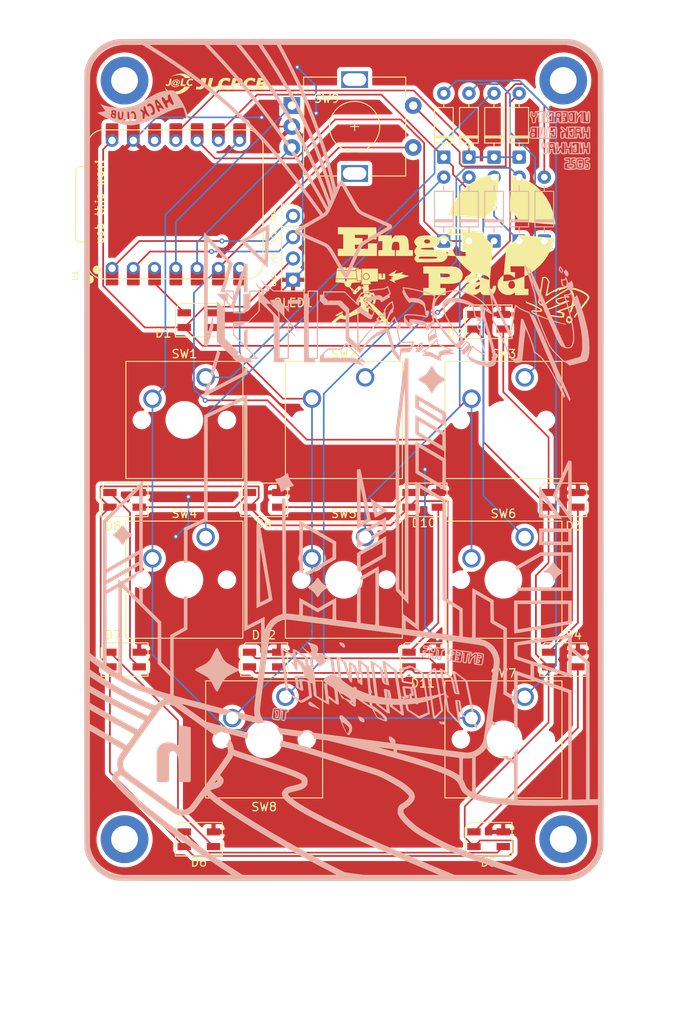
<source format=kicad_pcb>
(kicad_pcb (version 20241229) (generator "pcbnew") (generator_version "9.0")
  (layers (0 "F.Cu" signal) (2 "B.Cu" signal) (13 "F.Paste" user) (15 "B.Paste" user) (5 "F.SilkS" user "F.Silkscreen") (7 "B.SilkS" user "B.Silkscreen") (1 "F.Mask" user) (3 "B.Mask" user) (25 "Edge.Cuts" user))
  (net 0 "")
  (net 1 "+5V")
  (net 2 "Net-(D2-DOUT)")
  (net 3 "GND")
  (net 4 "Net-(D1-DOUT)")
  (net 5 "Net-(D3-DOUT)")
  (net 6 "Net-(D4-DOUT)")
  (net 8 "Net-(D5-DOUT)")
  (net 9 "Net-(D6-DOUT)")
  (net 10 "Net-(D7-DOUT)")
  (net 11 "Net-(D8-DOUT)")
  (net 12 "Net-(D10-DIN)")
  (net 13 "Net-(D10-DOUT)")
  (net 14 "Net-(D11-DOUT)")
  (net 15 "ROW1")
  (net 16 "LED")
  (net 17 "Net-(D13-A)")
  (net 18 "Net-(D14-A)")
  (net 19 "Net-(D15-A)")
  (net 20 "Net-(D16-A)")
  (net 21 "ROW2")
  (net 22 "Net-(D17-A)")
  (net 23 "Net-(D18-A)")
  (net 24 "ROW3")
  (net 26 "SDA")
  (net 27 "SCL")
  (net 28 "Net-(D19-A)")
  (net 29 "Net-(D20-A)")
  (net 30 "ROW-KNB")
  (net 31 "COL1")
  (net 32 "COL2")
  (net 33 "COL-KNB")
  (net 34 "KNB-A")
  (net 35 "KNB-B")
  (footprint "Seeed Studio XIAO Series Library:XIAO-RP2040-DIP" (layer "F.Cu") (at 149 57.62625 90)
    (property "Reference" "U1" (at -8.5 -12 90) (layer "F.SilkS") (effects (font (size 0.635 0.635) (thickness 0.1016))))
    (property "Value" "XIAO-RP2040-DIP")
    (pad "1" smd roundrect (at -8.455 -7.62 270) (size 2.432 1.524) (layers "F.Cu" "F.Mask") (roundrect_rratio 0.1) (net 26 "SDA"))
    (pad "1" thru_hole circle (at -7.62 -7.62 270) (size 1.524 1.524) (drill 0.889) (layers "*.Cu" "*.Mask") (net 26 "SDA"))
    (pad "2" smd roundrect (at -8.455 -5.08 270) (size 2.432 1.524) (layers "F.Cu" "F.Mask") (roundrect_rratio 0.1) (net 27 "SCL"))
    (pad "2" thru_hole circle (at -7.62 -5.08 270) (size 1.524 1.524) (drill 0.889) (layers "*.Cu" "*.Mask") (net 27 "SCL"))
    (pad "3" smd roundrect (at -8.455 -2.54 270) (size 2.432 1.524) (layers "F.Cu" "F.Mask") (roundrect_rratio 0.1) (net 16 "LED"))
    (pad "3" thru_hole circle (at -7.62 -2.54 270) (size 1.524 1.524) (drill 0.889) (layers "*.Cu" "*.Mask") (net 16 "LED"))
    (pad "4" smd roundrect (at -8.455 0 270) (size 2.432 1.524) (layers "F.Cu" "F.Mask") (roundrect_rratio 0.1) (net 34 "KNB-A"))
    (pad "4" thru_hole circle (at -7.62 0 270) (size 1.524 1.524) (drill 0.889) (layers "*.Cu" "*.Mask") (net 34 "KNB-A"))
    (pad "5" smd roundrect (at -8.455 2.54 270) (size 2.432 1.524) (layers "F.Cu" "F.Mask") (roundrect_rratio 0.1) (net 35 "KNB-B"))
    (pad "5" thru_hole circle (at -7.62 2.54 270) (size 1.524 1.524) (drill 0.889) (layers "*.Cu" "*.Mask") (net 35 "KNB-B"))
    (pad "6" smd roundrect (at -8.455 5.08 270) (size 2.432 1.524) (layers "F.Cu" "F.Mask") (roundrect_rratio 0.1) (net 33 "COL-KNB"))
    (pad "6" thru_hole circle (at -7.62 5.08 270) (size 1.524 1.524) (drill 0.889) (layers "*.Cu" "*.Mask") (net 33 "COL-KNB"))
    (pad "7" smd roundrect (at -8.455 7.62 270) (size 2.432 1.524) (layers "F.Cu" "F.Mask") (roundrect_rratio 0.1) (net 32 "COL2"))
    (pad "7" thru_hole circle (at -7.62 7.62 270) (size 1.524 1.524) (drill 0.889) (layers "*.Cu" "*.Mask") (net 32 "COL2"))
    (pad "8" thru_hole circle (at 7.62 7.62 90) (size 1.524 1.524) (drill 0.889) (layers "*.Cu" "*.Mask") (net 31 "COL1"))
    (pad "8" smd roundrect (at 8.455 7.62 90) (size 2.432 1.524) (layers "F.Cu" "F.Mask") (roundrect_rratio 0.1) (net 31 "COL1"))
    (pad "9" thru_hole circle (at 7.62 5.08 90) (size 1.524 1.524) (drill 0.889) (layers "*.Cu" "*.Mask") (net 24 "ROW3"))
    (pad "9" smd roundrect (at 8.455 5.08 90) (size 2.432 1.524) (layers "F.Cu" "F.Mask") (roundrect_rratio 0.1) (net 24 "ROW3"))
    (pad "10" thru_hole circle (at 7.62 2.54 90) (size 1.524 1.524) (drill 0.889) (layers "*.Cu" "*.Mask") (net 21 "ROW2"))
    (pad "10" smd roundrect (at 8.455 2.54 90) (size 2.432 1.524) (layers "F.Cu" "F.Mask") (roundrect_rratio 0.1) (net 21 "ROW2"))
    (pad "11" thru_hole circle (at 7.62 0 90) (size 1.524 1.524) (drill 0.889) (layers "*.Cu" "*.Mask") (net 15 "ROW1"))
    (pad "11" smd roundrect (at 8.455 0 90) (size 2.432 1.524) (layers "F.Cu" "F.Mask") (roundrect_rratio 0.1) (net 15 "ROW1"))
    (pad "12" thru_hole circle (at 7.62 -2.54 90) (size 1.524 1.524) (drill 0.889) (layers "*.Cu" "*.Mask"))
    (pad "12" smd roundrect (at 8.455 -2.54 90) (size 2.432 1.524) (layers "F.Cu" "F.Mask") (roundrect_rratio 0.1))
    (pad "13" thru_hole circle (at 7.62 -5.08 90) (size 1.524 1.524) (drill 0.889) (layers "*.Cu" "*.Mask") (net 3 "GND"))
    (pad "13" smd roundrect (at 8.455 -5.08 90) (size 2.432 1.524) (layers "F.Cu" "F.Mask") (roundrect_rratio 0.1) (net 3 "GND"))
    (pad "14" thru_hole circle (at 7.62 -7.62 90) (size 1.524 1.524) (drill 0.889) (layers "*.Cu" "*.Mask") (net 1 "+5V"))
    (pad "14" smd roundrect (at 8.455 -7.62 90) (size 2.432 1.524) (layers "F.Cu" "F.Mask") (roundrect_rratio 0.1) (net 1 "+5V"))
  )
  (footprint "MountingHole:MountingHole_3.2mm_M3_ISO7380_Pad" (layer "F.Cu") (at 195.2625 133.35)
    (property "Reference" "REF**" (hide yes))
    (property "Value" "MountingHole_3.2mm_M3_ISO7380_Pad")
    (pad "1" thru_hole circle (at 0 0) (size 5.7 5.7) (drill 3.2) (layers "*.Cu" "*.Mask"))
  )
  (footprint "Rotary_Encoder:RotaryEncoder_Alps_EC11E-Switch_Vertical_H20mm" (layer "F.Cu") (at 162.85 45.84375)
    (property "Reference" "SW9" (at 4.15 -0.84375 0) (layer "F.SilkS"))
    (property "Value" "RotaryEncoder_Switch")
    (pad "A" thru_hole rect (at 0 0) (size 2 2) (drill 1) (layers "*.Cu" "*.Mask") (net 34 "KNB-A"))
    (pad "B" thru_hole circle (at 0 5) (size 2 2) (drill 1) (layers "*.Cu" "*.Mask") (net 35 "KNB-B"))
    (pad "C" thru_hole circle (at 0 2.5) (size 2 2) (drill 1) (layers "*.Cu" "*.Mask") (net 3 "GND"))
    (pad "MP" thru_hole rect (at 7.5 -3.1) (size 3.2 2) (drill oval 2.8 1.5) (layers "*.Cu" "*.Mask"))
    (pad "MP" thru_hole rect (at 7.5 8.1) (size 3.2 2) (drill oval 2.8 1.5) (layers "*.Cu" "*.Mask"))
    (pad "S1" thru_hole circle (at 14.5 5) (size 2 2) (drill 1) (layers "*.Cu" "*.Mask") (net 33 "COL-KNB"))
    (pad "S2" thru_hole circle (at 14.5 0) (size 2 2) (drill 1) (layers "*.Cu" "*.Mask") (net 30 "ROW-KNB"))
  )
  (footprint "LED_SMD:LED_SK6812MINI_PLCC4_3.5x3.5mm_P1.75mm" (layer "F.Cu") (at 142.875 92.86875 180)
    (property "Reference" "D8" (at 1.375 -3.13125 0) (layer "F.SilkS"))
    (property "Value" "SK6812MINI")
    (pad "1" smd rect (at -1.75 -0.875 180) (size 1.6 0.85) (layers "F.Cu" "F.Mask" "F.Paste") (net 11 "Net-(D8-DOUT)"))
    (pad "2" smd rect (at -1.75 0.875 180) (size 1.6 0.85) (layers "F.Cu" "F.Mask" "F.Paste") (net 3 "GND"))
    (pad "3" smd rect (at 1.75 0.875 180) (size 1.6 0.85) (layers "F.Cu" "F.Mask" "F.Paste") (net 10 "Net-(D7-DOUT)"))
    (pad "4" smd rect (at 1.75 -0.875 180) (size 1.6 0.85) (layers "F.Cu" "F.Mask" "F.Paste") (net 1 "+5V"))
  )
  (footprint "Diode_THT:D_DO-35_SOD27_P7.62mm_Horizontal" (layer "F.Cu") (at 190 52 90)
    (property "Reference" "D14" (hide yes))
    (property "Value" "1N4148")
    (pad "1" thru_hole roundrect (at 0 0 90) (size 1.6 1.6) (drill 0.8) (layers "*.Cu" "*.Mask") (roundrect_rratio 0.15625) (net 15 "ROW1"))
    (pad "2" thru_hole circle (at 7.62 0 90) (size 1.6 1.6) (drill 0.8) (layers "*.Cu" "*.Mask") (net 18 "Net-(D14-A)"))
  )
  (footprint "LED_SMD:LED_SK6812MINI_PLCC4_3.5x3.5mm_P1.75mm" (layer "F.Cu") (at 195.2625 92.86875 180)
    (property "Reference" "D3" (at -1.2375 -3.13125 0) (layer "F.SilkS"))
    (property "Value" "SK6812MINI")
    (pad "1" smd rect (at -1.75 -0.875 180) (size 1.6 0.85) (layers "F.Cu" "F.Mask" "F.Paste") (net 5 "Net-(D3-DOUT)"))
    (pad "2" smd rect (at -1.75 0.875 180) (size 1.6 0.85) (layers "F.Cu" "F.Mask" "F.Paste") (net 3 "GND"))
    (pad "3" smd rect (at 1.75 0.875 180) (size 1.6 0.85) (layers "F.Cu" "F.Mask" "F.Paste") (net 2 "Net-(D2-DOUT)"))
    (pad "4" smd rect (at 1.75 -0.875 180) (size 1.6 0.85) (layers "F.Cu" "F.Mask" "F.Paste") (net 1 "+5V"))
  )
  (footprint "LED_SMD:LED_SK6812MINI_PLCC4_3.5x3.5mm_P1.75mm" (layer "F.Cu") (at 159.54375 111.91875 180)
    (property "Reference" "D12" (at 0.04375 2.91875 0) (layer "F.SilkS"))
    (property "Value" "SK6812MINI")
    (pad "1" smd rect (at -1.75 -0.875 180) (size 1.6 0.85) (layers "F.Cu" "F.Mask" "F.Paste"))
    (pad "2" smd rect (at -1.75 0.875 180) (size 1.6 0.85) (layers "F.Cu" "F.Mask" "F.Paste") (net 3 "GND"))
    (pad "3" smd rect (at 1.75 0.875 180) (size 1.6 0.85) (layers "F.Cu" "F.Mask" "F.Paste") (net 14 "Net-(D11-DOUT)"))
    (pad "4" smd rect (at 1.75 -0.875 180) (size 1.6 0.85) (layers "F.Cu" "F.Mask" "F.Paste") (net 1 "+5V"))
  )
  (footprint "LED_SMD:LED_SK6812MINI_PLCC4_3.5x3.5mm_P1.75mm" (layer "F.Cu") (at 142.875 111.91875 180)
    (property "Reference" "D7" (at 1.375 2.91875 0) (layer "F.SilkS"))
    (property "Value" "SK6812MINI")
    (pad "1" smd rect (at -1.75 -0.875 180) (size 1.6 0.85) (layers "F.Cu" "F.Mask" "F.Paste") (net 10 "Net-(D7-DOUT)"))
    (pad "2" smd rect (at -1.75 0.875 180) (size 1.6 0.85) (layers "F.Cu" "F.Mask" "F.Paste") (net 3 "GND"))
    (pad "3" smd rect (at 1.75 0.875 180) (size 1.6 0.85) (layers "F.Cu" "F.Mask" "F.Paste") (net 9 "Net-(D6-DOUT)"))
    (pad "4" smd rect (at 1.75 -0.875 180) (size 1.6 0.85) (layers "F.Cu" "F.Mask" "F.Paste") (net 1 "+5V"))
  )
  (footprint "Button_Switch_Keyboard:SW_Cherry_MX_1.00u_PCB" (layer "F.Cu") (at 152.55875 97.31375)
    (property "Reference" "SW4" (at -2.54 -2.794 0) (layer "F.SilkS"))
    (property "Value" "SW_Push")
    (pad "" np_thru_hole circle (at -7.62 5.08) (size 1.7 1.7) (drill 1.7) (layers "*.Cu" "*.Mask"))
    (pad "" np_thru_hole circle (at -2.54 5.08) (size 4 4) (drill 4) (layers "*.Cu" "*.Mask"))
    (pad "" np_thru_hole circle (at 2.54 5.08) (size 1.7 1.7) (drill 1.7) (layers "*.Cu" "*.Mask"))
    (pad "1" thru_hole circle (at 0 0) (size 2.2 2.2) (drill 1.5) (layers "*.Cu" "*.Mask") (net 20 "Net-(D16-A)"))
    (pad "2" thru_hole circle (at -6.35 2.54) (size 2.2 2.2) (drill 1.5) (layers "*.Cu" "*.Mask") (net 31 "COL1"))
  )
  (footprint "LED_SMD:LED_SK6812MINI_PLCC4_3.5x3.5mm_P1.75mm" (layer "F.Cu") (at 151.75 133.35 180)
    (property "Reference" "D6" (at 0 -2.75 0) (layer "F.SilkS"))
    (property "Value" "SK6812MINI")
    (pad "1" smd rect (at -1.75 -0.875 180) (size 1.6 0.85) (layers "F.Cu" "F.Mask" "F.Paste") (net 9 "Net-(D6-DOUT)"))
    (pad "2" smd rect (at -1.75 0.875 180) (size 1.6 0.85) (layers "F.Cu" "F.Mask" "F.Paste") (net 3 "GND"))
    (pad "3" smd rect (at 1.75 0.875 180) (size 1.6 0.85) (layers "F.Cu" "F.Mask" "F.Paste") (net 8 "Net-(D5-DOUT)"))
    (pad "4" smd rect (at 1.75 -0.875 180) (size 1.6 0.85) (layers "F.Cu" "F.Mask" "F.Paste") (net 1 "+5V"))
  )
  (footprint "Button_Switch_Keyboard:SW_Cherry_MX_1.00u_PCB" (layer "F.Cu") (at 162.08375 116.36375)
    (property "Reference" "SW8" (at -2.54 13.13625 0) (layer "F.SilkS"))
    (property "Value" "SW_Push")
    (pad "" np_thru_hole circle (at -7.62 5.08) (size 1.7 1.7) (drill 1.7) (layers "*.Cu" "*.Mask"))
    (pad "" np_thru_hole circle (at -2.54 5.08) (size 4 4) (drill 4) (layers "*.Cu" "*.Mask"))
    (pad "" np_thru_hole circle (at 2.54 5.08) (size 1.7 1.7) (drill 1.7) (layers "*.Cu" "*.Mask"))
    (pad "1" thru_hole circle (at 0 0) (size 2.2 2.2) (drill 1.5) (layers "*.Cu" "*.Mask") (net 29 "Net-(D20-A)"))
    (pad "2" thru_hole circle (at -6.35 2.54) (size 2.2 2.2) (drill 1.5) (layers "*.Cu" "*.Mask") (net 32 "COL2"))
  )
  (footprint "LOGO" (layer "F.Cu") (at 153.75 43.25)
    (property "Reference" "G***" (hide yes))
    (property "Value" "LOGO" (hide yes))
  )
  (footprint "LED_SMD:LED_SK6812MINI_PLCC4_3.5x3.5mm_P1.75mm" (layer "F.Cu") (at 195.2625 111.91875 180)
    (property "Reference" "D4" (at -1.2375 2.91875 0) (layer "F.SilkS"))
    (property "Value" "SK6812MINI")
    (pad "1" smd rect (at -1.75 -0.875 180) (size 1.6 0.85) (layers "F.Cu" "F.Mask" "F.Paste") (net 6 "Net-(D4-DOUT)"))
    (pad "2" smd rect (at -1.75 0.875 180) (size 1.6 0.85) (layers "F.Cu" "F.Mask" "F.Paste") (net 3 "GND"))
    (pad "3" smd rect (at 1.75 0.875 180) (size 1.6 0.85) (layers "F.Cu" "F.Mask" "F.Paste") (net 5 "Net-(D3-DOUT)"))
    (pad "4" smd rect (at 1.75 -0.875 180) (size 1.6 0.85) (layers "F.Cu" "F.Mask" "F.Paste") (net 1 "+5V"))
  )
  (footprint "LED_SMD:LED_SK6812MINI_PLCC4_3.5x3.5mm_P1.75mm" (layer "F.Cu") (at 186.35 71.625 180)
    (property "Reference" "D2" (at 4.04375 -1.375 0) (layer "F.SilkS"))
    (property "Value" "SK6812MINI")
    (pad "1" smd rect (at -1.75 -0.875 180) (size 1.6 0.85) (layers "F.Cu" "F.Mask" "F.Paste") (net 2 "Net-(D2-DOUT)"))
    (pad "2" smd rect (at -1.75 0.875 180) (size 1.6 0.85) (layers "F.Cu" "F.Mask" "F.Paste") (net 3 "GND"))
    (pad "3" smd rect (at 1.75 0.875 180) (size 1.6 0.85) (layers "F.Cu" "F.Mask" "F.Paste") (net 4 "Net-(D1-DOUT)"))
    (pad "4" smd rect (at 1.75 -0.875 180) (size 1.6 0.85) (layers "F.Cu" "F.Mask" "F.Paste") (net 1 "+5V"))
  )
  (footprint "Button_Switch_Keyboard:SW_Cherry_MX_1.00u_PCB" (layer "F.Cu") (at 190.65875 97.31375)
    (property "Reference" "SW6" (at -2.54 -2.794 0) (layer "F.SilkS"))
    (property "Value" "SW_Push")
    (pad "" np_thru_hole circle (at -7.62 5.08) (size 1.7 1.7) (drill 1.7) (layers "*.Cu" "*.Mask"))
    (pad "" np_thru_hole circle (at -2.54 5.08) (size 4 4) (drill 4) (layers "*.Cu" "*.Mask"))
    (pad "" np_thru_hole circle (at 2.54 5.08) (size 1.7 1.7) (drill 1.7) (layers "*.Cu" "*.Mask"))
    (pad "1" thru_hole circle (at 0 0) (size 2.2 2.2) (drill 1.5) (layers "*.Cu" "*.Mask") (net 23 "Net-(D18-A)"))
    (pad "2" thru_hole circle (at -6.35 2.54) (size 2.2 2.2) (drill 1.5) (layers "*.Cu" "*.Mask") (net 33 "COL-KNB"))
  )
  (footprint "Diode_THT:D_DO-35_SOD27_P7.62mm_Horizontal" (layer "F.Cu") (at 181 52 90)
    (property "Reference" "D19" (hide yes))
    (property "Value" "1N4148")
    (pad "1" thru_hole roundrect (at 0 0 90) (size 1.6 1.6) (drill 0.8) (layers "*.Cu" "*.Mask") (roundrect_rratio 0.15625) (net 24 "ROW3"))
    (pad "2" thru_hole circle (at 7.62 0 90) (size 1.6 1.6) (drill 0.8) (layers "*.Cu" "*.Mask") (net 28 "Net-(D19-A)"))
  )
  (footprint "MountingHole:MountingHole_3.2mm_M3_ISO7380_Pad" (layer "F.Cu") (at 142.875 133.35)
    (property "Reference" "REF**" (hide yes))
    (property "Value" "MountingHole_3.2mm_M3_ISO7380_Pad")
    (pad "1" thru_hole circle (at 0 0) (size 5.7 5.7) (drill 3.2) (layers "*.Cu" "*.Mask"))
  )
  (footprint "MountingHole:MountingHole_3.2mm_M3_ISO7380_Pad" (layer "F.Cu") (at 195.2625 42.8625)
    (property "Reference" "REF**" (hide yes))
    (property "Value" "MountingHole_3.2mm_M3_ISO7380_Pad")
    (pad "1" thru_hole circle (at 0 0) (size 5.7 5.7) (drill 3.2) (layers "*.Cu" "*.Mask"))
  )
  (footprint "LED_SMD:LED_SK6812MINI_PLCC4_3.5x3.5mm_P1.75mm" (layer "F.Cu") (at 159.54375 92.86875 180)
    (property "Reference" "D9" (at 0.04375 -2.88125 0) (layer "F.SilkS"))
    (property "Value" "SK6812MINI")
    (pad "1" smd rect (at -1.75 -0.875 180) (size 1.6 0.85) (layers "F.Cu" "F.Mask" "F.Paste") (net 12 "Net-(D10-DIN)"))
    (pad "2" smd rect (at -1.75 0.875 180) (size 1.6 0.85) (layers "F.Cu" "F.Mask" "F.Paste") (net 3 "GND"))
    (pad "3" smd rect (at 1.75 0.875 180) (size 1.6 0.85) (layers "F.Cu" "F.Mask" "F.Paste") (net 11 "Net-(D8-DOUT)"))
    (pad "4" smd rect (at 1.75 -0.875 180) (size 1.6 0.85) (layers "F.Cu" "F.Mask" "F.Paste") (net 1 "+5V"))
  )
  (footprint "LOGO" (layer "F.Cu") (at 175.75 66.25)
    (property "Reference" "G***" (hide yes))
    (property "Value" "LOGO" (hide yes))
  )
  (footprint "Button_Switch_Keyboard:SW_Cherry_MX_1.00u_PCB" (layer "F.Cu") (at 171.60875 78.26375)
    (property "Reference" "SW2" (at -2.54 -2.794 0) (layer "F.SilkS"))
    (property "Value" "SW_Push")
    (pad "" np_thru_hole circle (at -7.62 5.08) (size 1.7 1.7) (drill 1.7) (layers "*.Cu" "*.Mask"))
    (pad "" np_thru_hole circle (at -2.54 5.08) (size 4 4) (drill 4) (layers "*.Cu" "*.Mask"))
    (pad "" np_thru_hole circle (at 2.54 5.08) (size 1.7 1.7) (drill 1.7) (layers "*.Cu" "*.Mask"))
    (pad "1" thru_hole circle (at 0 0) (size 2.2 2.2) (drill 1.5) (layers "*.Cu" "*.Mask") (net 18 "Net-(D14-A)"))
    (pad "2" thru_hole circle (at -6.35 2.54) (size 2.2 2.2) (drill 1.5) (layers "*.Cu" "*.Mask") (net 32 "COL2"))
  )
  (footprint "LOGO" (layer "F.Cu") (at 181.5 61.5)
    (property "Reference" "G***" (hide yes))
    (property "Value" "LOGO" (hide yes))
  )
  (footprint "LOGO" (layer "F.Cu") (at 194.5 69.25 -20)
    (property "Reference" "G***" (hide yes))
    (property "Value" "LOGO" (hide yes))
  )
  (footprint "Diode_THT:D_DO-35_SOD27_P7.62mm_Horizontal" (layer "F.Cu") (at 187 52 90)
    (property "Reference" "D13" (hide yes))
    (property "Value" "1N4148")
    (pad "1" thru_hole roundrect (at 0 0 90) (size 1.6 1.6) (drill 0.8) (layers "*.Cu" "*.Mask") (roundrect_rratio 0.15625) (net 15 "ROW1"))
    (pad "2" thru_hole circle (at 7.62 0 90) (size 1.6 1.6) (drill 0.8) (layers "*.Cu" "*.Mask") (net 17 "Net-(D13-A)"))
  )
  (footprint "Button_Switch_Keyboard:SW_Cherry_MX_1.00u_PCB" (layer "F.Cu") (at 190.65875 116.36375)
    (property "Reference" "SW7" (at -2.54 -2.794 0) (layer "F.SilkS"))
    (property "Value" "SW_Push")
    (pad "" np_thru_hole circle (at -7.62 5.08) (size 1.7 1.7) (drill 1.7) (layers "*.Cu" "*.Mask"))
    (pad "" np_thru_hole circle (at -2.54 5.08) (size 4 4) (drill 4) (layers "*.Cu" "*.Mask"))
    (pad "" np_thru_hole circle (at 2.54 5.08) (size 1.7 1.7) (drill 1.7) (layers "*.Cu" "*.Mask"))
    (pad "1" thru_hole circle (at 0 0) (size 2.2 2.2) (drill 1.5) (layers "*.Cu" "*.Mask") (net 28 "Net-(D19-A)"))
    (pad "2" thru_hole circle (at -6.35 2.54) (size 2.2 2.2) (drill 1.5) (layers "*.Cu" "*.Mask") (net 31 "COL1"))
  )
  (footprint "LED_SMD:LED_SK6812MINI_PLCC4_3.5x3.5mm_P1.75mm" (layer "F.Cu") (at 151.75 71.4375 180)
    (property "Reference" "D1" (at 4.25 -1.5625 0) (layer "F.SilkS"))
    (property "Value" "SK6812MINI")
    (pad "1" smd rect (at -1.75 -0.875 180) (size 1.6 0.85) (layers "F.Cu" "F.Mask" "F.Paste") (net 4 "Net-(D1-DOUT)"))
    (pad "2" smd rect (at -1.75 0.875 180) (size 1.6 0.85) (layers "F.Cu" "F.Mask" "F.Paste") (net 3 "GND"))
    (pad "3" smd rect (at 1.75 0.875 180) (size 1.6 0.85) (layers "F.Cu" "F.Mask" "F.Paste") (net 16 "LED"))
    (pad "4" smd rect (at 1.75 -0.875 180) (size 1.6 0.85) (layers "F.Cu" "F.Mask" "F.Paste") (net 1 "+5V"))
  )
  (footprint "Diode_THT:D_DO-35_SOD27_P7.62mm_Horizontal" (layer "F.Cu") (at 184 52 90)
    (property "Reference" "D15" (hide yes))
    (property "Value" "1N4148")
    (pad "1" thru_hole roundrect (at 0 0 90) (size 1.6 1.6) (drill 0.8) (layers "*.Cu" "*.Mask") (roundrect_rratio 0.15625) (net 15 "ROW1"))
    (pad "2" thru_hole circle (at 7.62 0 90) (size 1.6 1.6) (drill 0.8) (layers "*.Cu" "*.Mask") (net 19 "Net-(D15-A)"))
  )
  (footprint "Connector_PinHeader_2.54mm:PinHeader_1x04_P2.54mm_Vertical" (layer "F.Cu") (at 163 59)
    (property "Reference" "OLED1" (at 0 10.37 0) (layer "F.SilkS"))
    (property "Value" "~")
    (pad "1" thru_hole circle (at 0 0) (size 1.7 1.7) (drill 1) (layers "*.Cu" "*.Mask") (net 26 "SDA"))
    (pad "2" thru_hole circle (at 0 2.54) (size 1.7 1.7) (drill 1) (layers "*.Cu" "*.Mask") (net 27 "SCL"))
    (pad "3" thru_hole circle (at 0 5.08) (size 1.7 1.7) (drill 1) (layers "*.Cu" "*.Mask") (net 1 "+5V"))
    (pad "4" thru_hole rect (at 0 7.62) (size 1.7 1.7) (drill 1) (layers "*.Cu" "*.Mask") (net 3 "GND"))
  )
  (footprint "MountingHole:MountingHole_3.2mm_M3_ISO7380_Pad" (layer "F.Cu") (at 142.875 42.8625)
    (property "Reference" "REF**" (hide yes))
    (property "Value" "MountingHole_3.2mm_M3_ISO7380_Pad")
    (pad "1" thru_hole circle (at 0 0) (size 5.7 5.7) (drill 3.2) (layers "*.Cu" "*.Mask"))
  )
  (footprint "LED_SMD:LED_SK6812MINI_PLCC4_3.5x3.5mm_P1.75mm" (layer "F.Cu") (at 186.35 133.35 180)
    (property "Reference" "D5" (at 0 -2.75 0) (layer "F.SilkS"))
    (property "Value" "SK6812MINI")
    (pad "1" smd rect (at -1.75 -0.875 180) (size 1.6 0.85) (layers "F.Cu" "F.Mask" "F.Paste") (net 8 "Net-(D5-DOUT)"))
    (pad "2" smd rect (at -1.75 0.875 180) (size 1.6 0.85) (layers "F.Cu" "F.Mask" "F.Paste") (net 3 "GND"))
    (pad "3" smd rect (at 1.75 0.875 180) (size 1.6 0.85) (layers "F.Cu" "F.Mask" "F.Paste") (net 6 "Net-(D4-DOUT)"))
    (pad "4" smd rect (at 1.75 -0.875 180) (size 1.6 0.85) (layers "F.Cu" "F.Mask" "F.Paste") (net 1 "+5V"))
  )
  (footprint "Button_Switch_Keyboard:SW_Cherry_MX_1.00u_PCB" (layer "F.Cu") (at 171.60875 97.31375)
    (property "Reference" "SW5" (at -2.54 -2.794 0) (layer "F.SilkS"))
    (property "Value" "SW_Push")
    (pad "" np_thru_hole circle (at -7.62 5.08) (size 1.7 1.7) (drill 1.7) (layers "*.Cu" "*.Mask"))
    (pad "" np_thru_hole circle (at -2.54 5.08) (size 4 4) (drill 4) (layers "*.Cu" "*.Mask"))
    (pad "" np_thru_hole circle (at 2.54 5.08) (size 1.7 1.7) (drill 1.7) (layers "*.Cu" "*.Mask"))
    (pad "1" thru_hole circle (at 0 0) (size 2.2 2.2) (drill 1.5) (layers "*.Cu" "*.Mask") (net 22 "Net-(D17-A)"))
    (pad "2" thru_hole circle (at -6.35 2.54) (size 2.2 2.2) (drill 1.5) (layers "*.Cu" "*.Mask") (net 32 "COL2"))
  )
  (footprint "Button_Switch_Keyboard:SW_Cherry_MX_1.00u_PCB" (layer "F.Cu") (at 152.55875 78.26375)
    (property "Reference" "SW1" (at -2.54 -2.794 0) (layer "F.SilkS"))
    (property "Value" "SW_Push")
    (pad "" np_thru_hole circle (at -7.62 5.08) (size 1.7 1.7) (drill 1.7) (layers "*.Cu" "*.Mask"))
    (pad "" np_thru_hole circle (at -2.54 5.08) (size 4 4) (drill 4) (layers "*.Cu" "*.Mask"))
    (pad "" np_thru_hole circle (at 2.54 5.08) (size 1.7 1.7) (drill 1.7) (layers "*.Cu" "*.Mask"))
    (pad "1" thru_hole circle (at 0 0) (size 2.2 2.2) (drill 1.5) (layers "*.Cu" "*.Mask") (net 17 "Net-(D13-A)"))
    (pad "2" thru_hole circle (at -6.35 2.54) (size 2.2 2.2) (drill 1.5) (layers "*.Cu" "*.Mask") (net 31 "COL1"))
  )
  (footprint "LED_SMD:LED_SK6812MINI_PLCC4_3.5x3.5mm_P1.75mm" (layer "F.Cu") (at 178.59375 111.91875 180)
    (property "Reference" "D11" (at 0.09375 -2.83125 0) (layer "F.SilkS"))
    (property "Value" "SK6812MINI")
    (pad "1" smd rect (at -1.75 -0.875 180) (size 1.6 0.85) (layers "F.Cu" "F.Mask" "F.Paste") (net 14 "Net-(D11-DOUT)"))
    (pad "2" smd rect (at -1.75 0.875 180) (size 1.6 0.85) (layers "F.Cu" "F.Mask" "F.Paste") (net 3 "GND"))
    (pad "3" smd rect (at 1.75 0.875 180) (size 1.6 0.85) (layers "F.Cu" "F.Mask" "F.Paste") (net 13 "Net-(D10-DOUT)"))
    (pad "4" smd rect (at 1.75 -0.875 180) (size 1.6 0.85) (layers "F.Cu" "F.Mask" "F.Paste") (net 1 "+5V"))
  )
  (footprint "LOGO" (layer "F.Cu") (at 171 68.5)
    (property "Reference" "G***" (hide yes))
    (property "Value" "LOGO" (hide yes))
  )
  (footprint "Button_Switch_Keyboard:SW_Cherry_MX_1.00u_PCB" (layer "F.Cu") (at 190.65875 78.26375)
    (property "Reference" "SW3" (at -2.54 -2.794 0) (layer "F.SilkS"))
    (property "Value" "SW_Push")
    (pad "" np_thru_hole circle (at -7.62 5.08) (size 1.7 1.7) (drill 1.7) (layers "*.Cu" "*.Mask"))
    (pad "" np_thru_hole circle (at -2.54 5.08) (size 4 4) (drill 4) (layers "*.Cu" "*.Mask"))
    (pad "" np_thru_hole circle (at 2.54 5.08) (size 1.7 1.7) (drill 1.7) (layers "*.Cu" "*.Mask"))
    (pad "1" thru_hole circle (at 0 0) (size 2.2 2.2) (drill 1.5) (layers "*.Cu" "*.Mask") (net 19 "Net-(D15-A)"))
    (pad "2" thru_hole circle (at -6.35 2.54) (size 2.2 2.2) (drill 1.5) (layers "*.Cu" "*.Mask") (net 33 "COL-KNB"))
  )
  (footprint "LED_SMD:LED_SK6812MINI_PLCC4_3.5x3.5mm_P1.75mm" (layer "F.Cu") (at 178.59375 92.86875 180)
    (property "Reference" "D10" (at 0 -2.75 0) (layer "F.SilkS"))
    (property "Value" "SK6812MINI")
    (pad "1" smd rect (at -1.75 -0.875 180) (size 1.6 0.85) (layers "F.Cu" "F.Mask" "F.Paste") (net 13 "Net-(D10-DOUT)"))
    (pad "2" smd rect (at -1.75 0.875 180) (size 1.6 0.85) (layers "F.Cu" "F.Mask" "F.Paste") (net 3 "GND"))
    (pad "3" smd rect (at 1.75 0.875 180) (size 1.6 0.85) (layers "F.Cu" "F.Mask" "F.Paste") (net 12 "Net-(D10-DIN)"))
    (pad "4" smd rect (at 1.75 -0.875 180) (size 1.6 0.85) (layers "F.Cu" "F.Mask" "F.Paste") (net 1 "+5V"))
  )
  (footprint "Diode_THT:D_DO-35_SOD27_P7.62mm_Horizontal" (layer "B.Cu") (at 187 62 90)
    (property "Reference" "D18" (hide yes))
    (property "Value" "1N4148")
    (pad "1" thru_hole roundrect (at 0 0 90) (size 1.6 1.6) (drill 0.8) (layers "*.Cu" "*.Mask") (roundrect_rratio 0.15625) (net 21 "ROW2"))
    (pad "2" thru_hole circle (at 7.62 0 90) (size 1.6 1.6) (drill 0.8) (layers "*.Cu" "*.Mask") (net 23 "Net-(D18-A)"))
  )
  (footprint "LOGO" (layer "B.Cu") (at 169.06875 88.10625 180)
    (property "Reference" "G***" (hide yes))
    (property "Value" "LOGO" (hide yes))
  )
  (footprint "Diode_THT:D_DO-35_SOD27_P7.62mm_Horizontal" (layer "B.Cu") (at 184 62 90)
    (property "Reference" "D17" (hide yes))
    (property "Value" "1N4148")
    (pad "1" thru_hole roundrect (at 0 0 90) (size 1.6 1.6) (drill 0.8) (layers "*.Cu" "*.Mask") (roundrect_rratio 0.15625) (net 21 "ROW2"))
    (pad "2" thru_hole circle (at 7.62 0 90) (size 1.6 1.6) (drill 0.8) (layers "*.Cu" "*.Mask") (net 22 "Net-(D17-A)"))
  )
  (footprint "Diode_THT:D_DO-35_SOD27_P7.62mm_Horizontal" (layer "B.Cu") (at 181 62 90)
    (property "Reference" "D16" (hide yes))
    (property "Value" "1N4148")
    (pad "1" thru_hole roundrect (at 0 0 90) (size 1.6 1.6) (drill 0.8) (layers "*.Cu" "*.Mask") (roundrect_rratio 0.15625) (net 21 "ROW2"))
    (pad "2" thru_hole circle (at 7.62 0 90) (size 1.6 1.6) (drill 0.8) (layers "*.Cu" "*.Mask") (net 20 "Net-(D16-A)"))
  )
  (footprint "LOGO" (layer "B.Cu") (at 148.75 123.25 180)
    (property "Reference" "G***" (hide yes))
    (property "Value" "LOGO" (hide yes))
  )
  (footprint "Diode_THT:D_DO-35_SOD27_P7.62mm_Horizontal" (layer "B.Cu") (at 193 62 90)
    (property "Reference" "D21" (hide yes))
    (property "Value" "1N4148")
    (pad "1" thru_hole roundrect (at 0 0 90) (size 1.6 1.6) (drill 0.8) (layers "*.Cu" "*.Mask") (roundrect_rratio 0.15625) (net 24 "ROW3"))
    (pad "2" thru_hole circle (at 7.62 0 90) (size 1.6 1.6) (drill 0.8) (layers "*.Cu" "*.Mask") (net 30 "ROW-KNB"))
  )
  (footprint "Diode_THT:D_DO-35_SOD27_P7.62mm_Horizontal" (layer "B.Cu") (at 190 62 90)
    (property "Reference" "D20" (hide yes))
    (property "Value" "1N4148")
    (pad "1" thru_hole roundrect (at 0 0 90) (size 1.6 1.6) (drill 0.8) (layers "*.Cu" "*.Mask") (roundrect_rratio 0.15625) (net 24 "ROW3"))
    (pad "2" thru_hole circle (at 7.62 0 90) (size 1.6 1.6) (drill 0.8) (layers "*.Cu" "*.Mask") (net 29 "Net-(D20-A)"))
  )
  (footprint "LOGO" (layer "B.Cu") (at 173.259675 115.420284 172.5)
    (property "Reference" "G***" (hide yes))
    (property "Value" "LOGO" (hide yes))
  )
  (gr_arc (start 200.025 133.35) (mid 198.630096 136.717596) (end 195.2625 138.1125) (stroke (width 0.05)) (layer "Edge.Cuts"))
  (gr_line (start 195.2625 38.1) (end 142.875 38.1) (stroke (width 0.05)) (layer "Edge.Cuts"))
  (gr_line (start 200.025 133.35) (end 200.025 42.8625) (stroke (width 0.05)) (layer "Edge.Cuts"))
  (gr_arc (start 195.2625 38.1) (mid 198.630096 39.494904) (end 200.025 42.8625) (stroke (width 0.05)) (layer "Edge.Cuts"))
  (gr_line (start 138.1125 133.35) (end 138.1125 42.8625) (stroke (width 0.05)) (layer "Edge.Cuts"))
  (gr_line (start 142.875 138.1125) (end 195.2625 138.11255) (stroke (width 0.05)) (layer "Edge.Cuts"))
  (gr_arc (start 142.875 138.1125) (mid 139.507404 136.717596) (end 138.1125 133.35) (stroke (width 0.05)) (layer "Edge.Cuts"))
  (gr_arc (start 138.1125 42.8625) (mid 139.507404 39.494904) (end 142.875 38.1) (stroke (width 0.05)) (layer "Edge.Cuts"))
  (gr_text "usb this way!" (at 140.49375 62.5 90) (layer "F.SilkS") (effects (font (size 1 1)) (justify left bottom)))
  (gr_text "SDA" (at 161 59.75 90) (layer "F.SilkS") (effects (font (size 0.5 0.5) (thickness 0.1)) (justify left bottom)))
  (gr_text "GND" (at 161 67.5 90) (layer "F.SilkS") (effects (font (size 0.5 0.5) (thickness 0.1)) (justify left bottom)))
  (gr_text "VCC" (at 161 64.75 90) (layer "F.SilkS") (effects (font (size 0.5 0.5) (thickness 0.1)) (justify left bottom)))
  (gr_text "SCL" (at 161 62.25 90) (layer "F.SilkS") (effects (font (size 0.5 0.5) (thickness 0.1)) (justify left bottom)))
  (segment (start 181.44475 113.51975) (end 177.56975 113.51975) (width 0.2) (layer "F.Cu") (net 1))
  (segment (start 140.024 111.69275) (end 140.024 94.84475) (width 0.2) (layer "F.Cu") (net 1))
  (segment (start 140.024 92.64275) (end 140.024 91.26775) (width 0.2) (layer "F.Cu") (net 1))
  (segment (start 141.125 112.79375) (end 140.024 111.69275) (width 0.2) (layer "F.Cu") (net 1))
  (segment (start 141.125 125.35) (end 141.125 112.79375) (width 0.2) (layer "F.Cu") (net 1))
  (segment (start 191.99775 111.279) (end 193.5125 112.79375) (width 0.2) (layer "F.Cu") (net 1))
  (segment (start 140.317 67.336876) (end 140.317 51.06925) (width 0.2) (layer "F.Cu") (net 1))
  (segment (start 177.56975 93.01775) (end 181.44475 93.01775) (width 0.2) (layer "F.Cu") (net 1))
  (segment (start 158.89475 92.64275) (end 157.79375 93.74375) (width 0.2) (layer "F.Cu") (net 1))
  (segment (start 157.79375 93.74375) (end 159.96275 95.91275) (width 0.2) (layer "F.Cu") (net 1))
  (segment (start 150 72.3125) (end 152.476 69.8365) (width 0.2) (layer "F.Cu") (net 1))
  (segment (start 174.67475 95.91275) (end 176.84375 93.74375) (width 0.2) (layer "F.Cu") (net 1))
  (segment (start 140.317 51.06925) (end 141.38 50.00625) (width 0.2) (layer "F.Cu") (net 1))
  (segment (start 184.6 72.5) (end 185.75 73.65) (width 0.2) (layer "F.Cu") (net 1))
  (segment (start 191.99775 101.89628) (end 191.99775 111.279) (width 0.2) (layer "F.Cu") (net 1))
  (segment (start 150 72.3125) (end 145.292624 72.3125) (width 0.2) (layer "F.Cu") (net 1))
  (segment (start 193.5125 100.38153) (end 191.99775 101.89628) (width 0.2) (layer "F.Cu") (net 1))
  (segment (start 152.476 69.8365) (end 157.2435 69.8365) (width 0.2) (layer "F.Cu") (net 1))
  (segment (start 193.5125 93.74375) (end 193.5125 100.38153) (width 0.2) (layer "F.Cu") (net 1))
  (segment (start 140.024 94.84475) (end 141.125 93.74375) (width 0.2) (layer "F.Cu") (net 1))
  (segment (start 189.201 133.499) (end 189.201 134.951) (width 0.2) (layer "F.Cu") (net 1))
  (segment (start 150 72.3125) (end 152.1875 74.5) (width 0.2) (layer "F.Cu") (net 1))
  (segment (start 158.89475 91.26775) (end 158.89475 92.64275) (width 0.2) (layer "F.Cu") (net 1))
  (segment (start 176.84375 112.79375) (end 176.11775 113.51975) (width 0.2) (layer "F.Cu") (net 1))
  (segment (start 193.5125 112.79375) (end 193.5125 119.43153) (width 0.2) (layer "F.Cu") (net 1))
  (segment (start 183.499 133.124) (end 184.6 134.225) (width 0.2) (layer "F.Cu") (net 1))
  (segment (start 145.292624 72.3125) (end 140.317 67.336876) (width 0.2) (layer "F.Cu") (net 1))
  (segment (start 140.024 91.26775) (end 158.89475 91.26775) (width 0.2) (layer "F.Cu") (net 1))
  (segment (start 185.326 133.499) (end 189.201 133.499) (width 0.2) (layer "F.Cu") (net 1))
  (segment (start 176.84375 93.74375) (end 177.56975 93.01775) (width 0.2) (layer "F.Cu") (net 1))
  (segment (start 188.8 135.352) (end 151.127 135.352) (width 0.2) (layer "F.Cu") (net 1))
  (segment (start 141.125 93.74375) (end 140.024 92.64275) (width 0.2) (layer "F.Cu") (net 1))
  (segment (start 177.56975 113.51975) (end 176.84375 112.79375) (width 0.2) (layer "F.Cu") (net 1))
  (segment (start 181.44475 93.01775) (end 181.44475 113.51975) (width 0.2) (layer "F.Cu") (net 1))
  (segment (start 184.6 134.225) (end 185.326 133.499) (width 0.2) (layer "F.Cu") (net 1))
  (segment (start 189.201 134.951) (end 188.8 135.352) (width 0.2) (layer "F.Cu") (net 1))
  (segment (start 159.96275 95.91275) (end 174.67475 95.91275) (width 0.2) (layer "F.Cu") (net 1))
  (segment (start 158.51975 113.51975) (end 157.79375 112.79375) (width 0.2) (layer "F.Cu") (net 1))
  (segment (start 150 134.225) (end 141.125 125.35) (width 0.2) (layer "F.Cu") (net 1))
  (segment (start 182.6 74.5) (end 184.6 72.5) (width 0.2) (layer "F.Cu") (net 1))
  (segment (start 176.11775 113.51975) (end 158.51975 113.51975) (width 0.2) (layer "F.Cu") (net 1))
  (segment (start 185.75 73.65) (end 185.75 85.98125) (width 0.2) (layer "F.Cu") (net 1))
  (segment (start 193.5125 119.43153) (end 183.499 129.44503) (width 0.2) (layer "F.Cu") (net 1))
  (segment (start 151.127 135.352) (end 150 134.225) (width 0.2) (layer "F.Cu") (net 1))
  (segment (start 185.75 85.98125) (end 193.5125 93.74375) (width 0.2) (layer "F.Cu") (net 1))
  (segment (start 183.499 129.44503) (end 183.499 133.124) (width 0.2) (layer "F.Cu") (net 1))
  (segment (start 152.1875 74.5) (end 182.6 74.5) (width 0.2) (layer "F.Cu") (net 1))
  (segment (start 157.2435 69.8365) (end 163 64.08) (width 0.2) (layer "F.Cu") (net 1))
  (segment (start 188.1 80.000184) (end 193.5125 85.412684) (width 0.2) (layer "F.Cu") (net 2))
  (segment (start 188.1 72.5) (end 188.1 80.000184) (width 0.2) (layer "F.Cu") (net 2))
  (segment (start 193.5125 85.412684) (end 193.5125 91.99375) (width 0.2) (layer "F.Cu") (net 2))
  (segment (start 149.99375 91.99375) (end 150.5 92.5) (width 0.2) (layer "F.Cu") (net 3))
  (segment (start 162.85 48.34375) (end 160.34375 48.34375) (width 0.2) (layer "F.Cu") (net 3))
  (segment (start 180.34375 90.84375) (end 180.34375 91.99375) (width 0.2) (layer "F.Cu") (net 3))
  (segment (start 160.34375 48.34375) (end 159.25 47.25) (width 0.2) (layer "F.Cu") (net 3))
  (segment (start 178.75 89.25) (end 180.34375 90.84375) (width 0.2) (layer "F.Cu") (net 3))
  (segment (start 153.5 70.5625) (end 159.0575 70.5625) (width 0.2) (layer "F.Cu") (net 3))
  (segment (start 180.34375 109.59375) (end 180.25 109.5) (width 0.2) (layer "F.Cu") (net 3))
  (segment (start 180.34375 111.04375) (end 180.34375 109.59375) (width 0.2) (layer "F.Cu") (net 3))
  (segment (start 144.625 91.99375) (end 149.99375 91.99375) (width 0.2) (layer "F.Cu") (net 3))
  (segment (start 159.0575 70.5625) (end 163 66.62) (width 0.2) (layer "F.Cu") (net 3))
  (via (at 163.5 41.25) (size 0.6) (drill 0.3) (layers "F.Cu" "B.Cu") (net 3))
  (via (at 180.25 109.5) (size 0.6) (drill 0.3) (layers "F.Cu" "B.Cu") (net 3))
  (via (at 178.75 89.25) (size 0.6) (drill 0.3) (layers "F.Cu" "B.Cu") (net 3))
  (via (at 165.75 46.75) (size 0.6) (drill 0.3) (layers "F.Cu" "B.Cu") (net 3))
  (via (at 159.25 47.25) (size 0.6) (drill 0.3) (layers "F.Cu" "B.Cu") (net 3))
  (via (at 149 97.25) (size 0.6) (drill 0.3) (layers "F.Cu" "B.Cu") (net 3))
  (via (at 150.5 92.5) (size 0.6) (drill 0.3) (layers "F.Cu" "B.Cu") (net 3))
  (segment (start 146.67625 47.25) (end 143.92 50.00625) (width 0.2) (layer "B.Cu") (net 3))
  (segment (start 178.75 108) (end 178.75 89.25) (width 0.2) (layer "B.Cu") (net 3))
  (segment (start 165.75 46.75) (end 165.75 43.5) (width 0.2) (layer "B.Cu") (net 3))
  (segment (start 164.151 65.469) (end 163 66.62) (width 0.2) (layer "B.Cu") (net 3))
  (segment (start 162.85 48.34375) (end 164.151 49.64475) (width 0.2) (layer "B.Cu") (net 3))
  (segment (start 150.5 92.5) (end 150.5 95.75) (width 0.2) (layer "B.Cu") (net 3))
  (segment (start 165.75 43.5) (end 163.5 41.25) (width 0.2) (layer "B.Cu") (net 3))
  (segment (start 159.25 47.25) (end 146.67625 47.25) (width 0.2) (layer "B.Cu") (net 3))
  (segment (start 164.151 49.64475) (end 164.151 65.469) (width 0.2) (layer "B.Cu") (net 3))
  (segment (start 150.5 95.75) (end 149 97.25) (width 0.2) (layer "B.Cu") (net 3))
  (segment (start 180.25 109.5) (end 178.75 108) (width 0.2) (layer "B.Cu") (net 3))
  (segment (start 183.0375 72.3125) (end 184.6 70.75) (width 0.2) (layer "F.Cu") (net 4))
  (segment (start 153.5 72.3125) (end 183.0375 72.3125) (width 0.2) (layer "F.Cu") (net 4))
  (segment (start 197.0125 107.54375) (end 193.5125 111.04375) (width 0.2) (layer "F.Cu") (net 5))
  (segment (start 197.0125 93.74375) (end 197.0125 107.54375) (width 0.2) (layer "F.Cu") (net 5))
  (segment (start 197.0125 112.79375) (end 197.0125 120.0625) (width 0.2) (layer "F.Cu") (net 6))
  (segment (start 197.0125 120.0625) (end 184.6 132.475) (width 0.2) (layer "F.Cu") (net 6))
  (segment (start 187.374 134.951) (end 152.476 134.951) (width 0.2) (layer "F.Cu") (net 8))
  (segment (start 188.1 134.225) (end 187.374 134.951) (width 0.2) (layer "F.Cu") (net 8))
  (segment (start 152.476 134.951) (end 150 132.475) (width 0.2) (layer "F.Cu") (net 8))
  (segment (start 153.5 134.225) (end 149.25 129.975) (width 0.2) (layer "F.Cu") (net 9))
  (segment (start 149.25 129.975) (end 149.25 119.16875) (width 0.2) (layer "F.Cu") (net 9))
  (segment (start 149.25 119.16875) (end 141.125 111.04375) (width 0.2) (layer "F.Cu") (net 9))
  (segment (start 144.625 112.79375) (end 143.524 111.69275) (width 0.2) (layer "F.Cu") (net 10))
  (segment (start 143.524 111.69275) (end 143.524 94.39275) (width 0.2) (layer "F.Cu") (net 10))
  (segment (start 143.524 94.39275) (end 141.125 91.99375) (width 0.2) (layer "F.Cu") (net 10))
  (segment (start 156.04375 93.74375) (end 157.79375 91.99375) (width 0.2) (layer "F.Cu") (net 11))
  (segment (start 144.625 93.74375) (end 156.04375 93.74375) (width 0.2) (layer "F.Cu") (net 11))
  (segment (start 175.09375 93.74375) (end 176.84375 91.99375) (width 0.2) (layer "F.Cu") (net 12))
  (segment (start 161.29375 93.74375) (end 175.09375 93.74375) (width 0.2) (layer "F.Cu") (net 12))
  (segment (start 180.34375 107.54375) (end 176.84375 111.04375) (width 0.2) (layer "F.Cu") (net 13))
  (segment (start 180.34375 93.74375) (end 180.34375 107.54375) (width 0.2) (layer "F.Cu") (net 13))
  (segment (start 158.51975 111.76975) (end 157.79375 111.04375) (width 0.2) (layer "F.Cu") (net 14))
  (segment (start 180.34375 112.79375) (end 179.31975 111.76975) (width 0.2) (layer "F.Cu") (net 14))
  (segment (start 179.31975 111.76975) (end 158.51975 111.76975) (width 0.2) (layer "F.Cu") (net 14))
  (segment (start 184 52) (end 184 50.653858) (width 0.2) (layer "F.Cu") (net 15))
  (segment (start 154.1265 44.04475) (end 149 49.17125) (width 0.2) (layer "F.Cu") (net 15))
  (segment (start 177.390892 44.04475) (end 154.1265 44.04475) (width 0.2) (layer "F.Cu") (net 15))
  (segment (start 184 50.653858) (end 177.390892 44.04475) (width 0.2) (layer "F.Cu") (net 15))
  (segment (start 187 52) (end 184 52) (width 0.2) (layer "B.Cu") (net 15))
  (segment (start 190 52) (end 187 52) (width 0.2) (layer "B.Cu") (net 15))
  (segment (start 150 70.5625) (end 146.46 67.0225) (width 0.2) (layer "F.Cu") (net 16))
  (segment (start 146.46 67.0225) (end 146.46 65.24625) (width 0.2) (layer "F.Cu") (net 16))
  (segment (start 186.73384 44.38) (end 187 44.38) (width 0.2) (layer "B.Cu") (net 17))
  (segment (start 152.55875 78.26375) (end 155.5592 78.26375) (width 0.2) (layer "B.Cu") (net 17))
  (segment (start 179.899 53.92395) (end 179.899 51.21484) (width 0.2) (layer "B.Cu") (net 17))
  (segment (start 155.5592 78.26375) (end 179.899 53.92395) (width 0.2) (layer "B.Cu") (net 17))
  (segment (start 179.899 51.21484) (end 186.73384 44.38) (width 0.2) (layer "B.Cu") (net 17))
  (segment (start 188.899 61.98716) (end 188.899 45.481) (width 0.2) (layer "F.Cu") (net 18))
  (segment (start 180.38616 70.5) (end 188.899 61.98716) (width 0.2) (layer "F.Cu") (net 18))
  (segment (start 180.25 70.5) (end 180.38616 70.5) (width 0.2) (layer "F.Cu") (net 18))
  (segment (start 188.899 45.481) (end 190 44.38) (width 0.2) (layer "F.Cu") (net 18))
  (via (at 180.25 70.5) (size 0.6) (drill 0.3) (layers "F.Cu" "B.Cu") (net 18))
  (segment (start 179.3725 70.5) (end 180.25 70.5) (width 0.2) (layer "B.Cu") (net 18))
  (segment (start 171.60875 78.26375) (end 179.3725 70.5) (width 0.2) (layer "B.Cu") (net 18))
  (segment (start 187.678 43.279) (end 188.899 44.5) (width 0.2) (layer "B.Cu") (net 19))
  (segment (start 184 44.38) (end 185.101 43.279) (width 0.2) (layer "B.Cu") (net 19))
  (segment (start 188.899 49.01284) (end 191.899 52.01284) (width 0.2) (layer "B.Cu") (net 19))
  (segment (start 185.101 43.279) (end 187.678 43.279) (width 0.2) (layer "B.Cu") (net 19))
  (segment (start 191.899 52.01284) (end 191.899 77.0235) (width 0.2) (layer "B.Cu") (net 19))
  (segment (start 191.899 77.0235) (end 190.65875 78.26375) (width 0.2) (layer "B.Cu") (net 19))
  (segment (start 188.899 44.5) (end 188.899 49.01284) (width 0.2) (layer "B.Cu") (net 19))
  (segment (start 181 54.38) (end 152.55875 82.82125) (width 0.2) (layer "B.Cu") (net 20))
  (segment (start 152.55875 82.82125) (end 152.55875 97.31375) (width 0.2) (layer "B.Cu") (net 20))
  (segment (start 168.033642 47.5) (end 163.388892 52.14475) (width 0.2) (layer "F.Cu") (net 21))
  (segment (start 175.846142 47.5) (end 168.033642 47.5) (width 0.2) (layer "F.Cu") (net 21))
  (segment (start 178.651 59.651) (end 178.651 50.304858) (width 0.2) (layer "F.Cu") (net 21))
  (segment (start 187 62) (end 184 62) (width 0.2) (layer "F.Cu") (net 21))
  (segment (start 178.651 50.304858) (end 175.846142 47.5) (width 0.2) (layer "F.Cu") (net 21))
  (segment (start 153.6785 52.14475) (end 151.54 50.00625) (width 0.2) (layer "F.Cu") (net 21))
  (segment (start 163.388892 52.14475) (end 153.6785 52.14475) (width 0.2) (layer "F.Cu") (net 21))
  (segment (start 181 62) (end 178.651 59.651) (width 0.2) (layer "F.Cu") (net 21))
  (segment (start 184 62) (end 181 62) (width 0.2) (layer "F.Cu") (net 21))
  (segment (start 171.60875 93.07528) (end 171.60875 97.31375) (width 0.2) (layer "B.Cu") (net 22))
  (segment (start 182.899 55.481) (end 182.899 81.78503) (width 0.2) (layer "B.Cu") (net 22))
  (segment (start 182.899 81.78503) (end 171.60875 93.07528) (width 0.2) (layer "B.Cu") (net 22))
  (segment (start 184 54.38) (end 182.899 55.481) (width 0.2) (layer "B.Cu") (net 22))
  (segment (start 187 54.38) (end 185.70975 55.67025) (width 0.2) (layer "B.Cu") (net 23))
  (segment (start 185.70975 92.36475) (end 190.65875 97.31375) (width 0.2) (layer "B.Cu") (net 23))
  (segment (start 185.70975 55.67025) (end 185.70975 92.36475) (width 0.2) (layer "B.Cu") (net 23))
  (segment (start 182.101 54.03805) (end 186.06295 58) (width 0.2) (layer "F.Cu") (net 24))
  (segment (start 181 52) (end 182.101 53.101) (width 0.2) (layer "F.Cu") (net 24))
  (segment (start 181 52) (end 173.54275 44.54275) (width 0.2) (layer "F.Cu") (net 24))
  (segment (start 182.101 53.101) (end 182.101 54.03805) (width 0.2) (layer "F.Cu") (net 24))
  (segment (start 186.06295 58) (end 187 58) (width 0.2) (layer "F.Cu") (net 24))
  (segment (start 173.54275 44.54275) (end 158.7085 44.54275) (width 0.2) (layer "F.Cu") (net 24))
  (segment (start 193 62) (end 190 62) (width 0.2) (layer "F.Cu") (net 24))
  (segment (start 158.7085 44.54275) (end 154.08 49.17125) (width 0.2) (layer "F.Cu") (net 24))
  (via (at 187 58) (size 0.6) (drill 0.3) (layers "F.Cu" "B.Cu") (net 24))
  (segment (start 187 58) (end 187 59) (width 0.2) (layer "B.Cu") (net 24))
  (segment (start 187 59) (end 190 62) (width 0.2) (layer "B.Cu") (net 24))
  (segment (start 154.5 62) (end 144.62625 62) (width 0.2) (layer "F.Cu") (net 26))
  (segment (start 144.62625 62) (end 141.38 65.24625) (width 0.2) (layer "F.Cu") (net 26))
  (via (at 154.5 62) (size 0.6) (drill 0.3) (layers "F.Cu" "B.Cu") (net 26))
  (segment (start 163 59) (end 160 62) (width 0.2) (layer "B.Cu") (net 26))
  (segment (start 160 62) (end 154.5 62) (width 0.2) (layer "B.Cu") (net 26))
  (segment (start 153.25 63.25) (end 145.91625 63.25) (width 0.2) (layer "F.Cu") (net 27))
  (segment (start 145.91625 63.25) (end 143.92 65.24625) (width 0.2) (layer "F.Cu") (net 27))
  (via (at 153.25 63.25) (size 0.6) (drill 0.3) (layers "F.Cu" "B.Cu") (net 27))
  (segment (start 163 61.54) (end 161.29 63.25) (width 0.2) (layer "B.Cu") (net 27))
  (segment (start 161.29 63.25) (end 153.25 63.25) (width 0.2) (layer "B.Cu") (net 27))
  (segment (start 190.05505 42.878) (end 194.39975 47.2227) (width 0.2) (layer "B.Cu") (net 28))
  (segment (start 194.39975 47.2227) (end 194.39975 112.62275) (width 0.2) (layer "B.Cu") (net 28))
  (segment (start 194.39975 112.62275) (end 190.65875 116.36375) (width 0.2) (layer "B.Cu") (net 28))
  (segment (start 181 44.38) (end 182.502 42.878) (width 0.2) (layer "B.Cu") (net 28))
  (segment (start 182.502 42.878) (end 190.05505 42.878) (width 0.2) (layer "B.Cu") (net 28))
  (segment (start 166.65975 111.78775) (end 162.08375 116.36375) (width 0.2) (layer "B.Cu") (net 29))
  (segment (start 188.899 53.279) (end 183.54395 53.279) (width 0.2) (layer "B.Cu") (net 29))
  (segment (start 182.498 54.32495) (end 182.498 64.385186) (width 0.2) (layer "B.Cu") (net 29))
  (segment (start 182.498 64.385186) (end 166.65975 80.223436) (width 0.2) (layer "B.Cu") (net 29))
  (segment (start 166.65975 80.223436) (end 166.65975 111.78775) (width 0.2) (layer "B.Cu") (net 29))
  (segment (start 183.54395 53.279) (end 182.498 54.32495) (width 0.2) (layer "B.Cu") (net 29))
  (segment (start 190 54.38) (end 188.899 53.279) (width 0.2) (layer "B.Cu") (net 29))
  (segment (start 189.54395 43.279) (end 190.45605 43.279) (width 0.2) (layer "F.Cu") (net 30))
  (segment (start 183.21484 53.101) (end 188.399 53.101) (width 0.2) (layer "F.Cu") (net 30))
  (segment (start 182.899 51.39275) (end 182.899 52.78516) (width 0.2) (layer "F.Cu") (net 30))
  (segment (start 188.399 53.101) (end 188.399 44.42395) (width 0.2) (layer "F.Cu") (net 30))
  (segment (start 193 45.82295) (end 193 54.38) (width 0.2) (layer "F.Cu") (net 30))
  (segment (start 188.399 44.42395) (end 189.54395 43.279) (width 0.2) (layer "F.Cu") (net 30))
  (segment (start 182.899 52.78516) (end 183.21484 53.101) (width 0.2) (layer "F.Cu") (net 30))
  (segment (start 177.35 45.84375) (end 182.899 51.39275) (width 0.2) (layer "F.Cu") (net 30))
  (segment (start 190.45605 43.279) (end 193 45.82295) (width 0.2) (layer "F.Cu") (net 30))
  (segment (start 146.20875 111.360064) (end 146.20875 99.85375) (width 0.2) (layer "B.Cu") (net 31))
  (segment (start 155.153436 120.30475) (end 146.20875 111.360064) (width 0.2) (layer "B.Cu") (net 31))
  (segment (start 156.62 50.00625) (end 147.75 58.87625) (width 0.2) (layer "B.Cu") (net 31))
  (segment (start 157.30122 120.30475) (end 155.153436 120.30475) (width 0.2) (layer "B.Cu") (net 31))
  (segment (start 147.75 79.2625) (end 146.20875 80.80375) (width 0.2) (layer "B.Cu") (net 31))
  (segment (start 146.20875 99.85375) (end 146.20875 80.80375) (width 0.2) (layer "B.Cu") (net 31))
  (segment (start 184.30875 118.90375) (end 158.70222 118.90375) (width 0.2) (layer "B.Cu") (net 31))
  (segment (start 147.75 58.87625) (end 147.75 79.2625) (width 0.2) (layer "B.Cu") (net 31))
  (segment (start 158.70222 118.90375) (end 157.30122 120.30475) (width 0.2) (layer "B.Cu") (net 31))
  (segment (start 165.25875 80.80375) (end 161.80375 80.80375) (width 0.2) (layer "F.Cu") (net 32))
  (segment (start 161.80375 80.80375) (end 156.5 75.5) (width 0.2) (layer "F.Cu") (net 32))
  (via (at 156.5 75.5) (size 0.6) (drill 0.3) (layers "F.Cu" "B.Cu") (net 32))
  (segment (start 165.25875 99.85375) (end 165.25875 109.37875) (width 0.2) (layer "B.Cu") (net 32))
  (segment (start 165.25875 109.37875) (end 155.73375 118.90375) (width 0.2) (layer "B.Cu") (net 32))
  (segment (start 165.25875 99.85375) (end 165.25875 80.80375) (width 0.2) (layer "B.Cu") (net 32))
  (segment (start 156.62 75.38) (end 156.62 65.24625) (width 0.2) (layer "B.Cu") (net 32))
  (segment (start 156.5 75.5) (end 156.62 75.38) (width 0.2) (layer "B.Cu") (net 32))
  (segment (start 183.88028 80.80375) (end 184.30875 80.80375) (width 0.2) (layer "F.Cu") (net 33))
  (segment (start 178.98928 85.69475) (end 183.88028 80.80375) (width 0.2) (layer "F.Cu") (net 33))
  (segment (start 164.64128 85.69475) (end 178.98928 85.69475) (width 0.2) (layer "F.Cu") (net 33))
  (segment (start 154.08 65.24625) (end 168.4825 50.84375) (width 0.2) (layer "F.Cu") (net 33))
  (segment (start 152.5 81) (end 159.94653 81) (width 0.2) (layer "F.Cu") (net 33))
  (segment (start 159.94653 81) (end 164.64128 85.69475) (width 0.2) (layer "F.Cu") (net 33))
  (segment (start 168.4825 50.84375) (end 177.35 50.84375) (width 0.2) (layer "F.Cu") (net 33))
  (via (at 152.5 81) (size 0.6) (drill 0.3) (layers "F.Cu" "B.Cu") (net 33))
  (segment (start 151.15775 68.1685) (end 151.15775 79.65775) (width 0.2) (layer "B.Cu") (net 33))
  (segment (start 184.30875 99.85375) (end 184.30875 80.80375) (width 0.2) (layer "B.Cu") (net 33))
  (segment (start 154.08 65.24625) (end 151.15775 68.1685) (width 0.2) (layer "B.Cu") (net 33))
  (segment (start 151.15775 79.65775) (end 152.5 81) (width 0.2) (layer "B.Cu") (net 33))
  (segment (start 149 65.24625) (end 149 59.69375) (width 0.2) (layer "B.Cu") (net 34))
  (segment (start 149 59.69375) (end 162.85 45.84375) (width 0.2) (layer "B.Cu") (net 34))
  (segment (start 162.85 50.84375) (end 151.54 62.15375) (width 0.2) (layer "B.Cu") (net 35))
  (segment (start 151.54 62.15375) (end 151.54 65.24625) (width 0.2) (layer "B.Cu") (net 35))
  (zone (net 3) (net_name "GND") (layer "F.Cu") (connect_pads (clearance 0.5)) (min_thickness 0.25) (fill yes (thermal_gap 0.5) (thermal_bridge_width 0.5))
    (polygon (pts (xy 205.25 33.25) (xy 128.75 35) (xy 128 143.5) (xy 207.25 141)))
  )
)
</source>
